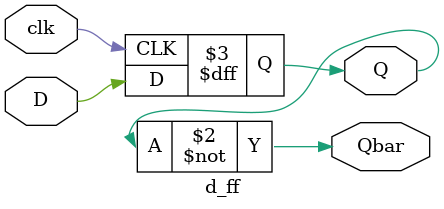
<source format=v>
module d_ff(D,clk,Q,Qbar);
input D; // Data input 
input clk; // clock input 
output reg Q;
output Qbar; // output Q 
always @(posedge clk) 
begin
 Q <= D; 
end 
assign Qbar=~Q;
endmodule 

</source>
